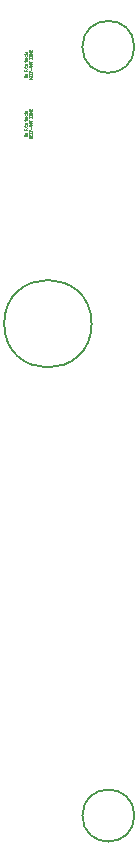
<source format=gbr>
%TF.GenerationSoftware,KiCad,Pcbnew,8.0.7*%
%TF.CreationDate,2025-01-04T21:32:03+01:00*%
%TF.ProjectId,tiliqua-motherboard,74696c69-7175-4612-9d6d-6f7468657262,rev?*%
%TF.SameCoordinates,Original*%
%TF.FileFunction,Other,Comment*%
%FSLAX46Y46*%
G04 Gerber Fmt 4.6, Leading zero omitted, Abs format (unit mm)*
G04 Created by KiCad (PCBNEW 8.0.7) date 2025-01-04 21:32:03*
%MOMM*%
%LPD*%
G01*
G04 APERTURE LIST*
%ADD10C,0.030000*%
%ADD11C,0.150000*%
G04 APERTURE END LIST*
D10*
X22230962Y-26464284D02*
X22030962Y-26464284D01*
X22230962Y-26349999D02*
X22116677Y-26435713D01*
X22030962Y-26349999D02*
X22145248Y-26464284D01*
X22126200Y-26264284D02*
X22126200Y-26197618D01*
X22230962Y-26169046D02*
X22230962Y-26264284D01*
X22230962Y-26264284D02*
X22030962Y-26264284D01*
X22030962Y-26264284D02*
X22030962Y-26169046D01*
X22126200Y-26083332D02*
X22126200Y-26016666D01*
X22230962Y-25988094D02*
X22230962Y-26083332D01*
X22230962Y-26083332D02*
X22030962Y-26083332D01*
X22030962Y-26083332D02*
X22030962Y-25988094D01*
X22230962Y-25902380D02*
X22030962Y-25902380D01*
X22030962Y-25902380D02*
X22030962Y-25826190D01*
X22030962Y-25826190D02*
X22040486Y-25807142D01*
X22040486Y-25807142D02*
X22050010Y-25797619D01*
X22050010Y-25797619D02*
X22069058Y-25788095D01*
X22069058Y-25788095D02*
X22097629Y-25788095D01*
X22097629Y-25788095D02*
X22116677Y-25797619D01*
X22116677Y-25797619D02*
X22126200Y-25807142D01*
X22126200Y-25807142D02*
X22135724Y-25826190D01*
X22135724Y-25826190D02*
X22135724Y-25902380D01*
X22154772Y-25702380D02*
X22154772Y-25550000D01*
X22030962Y-25416666D02*
X22030962Y-25378571D01*
X22030962Y-25378571D02*
X22040486Y-25359523D01*
X22040486Y-25359523D02*
X22059534Y-25340476D01*
X22059534Y-25340476D02*
X22097629Y-25330952D01*
X22097629Y-25330952D02*
X22164296Y-25330952D01*
X22164296Y-25330952D02*
X22202391Y-25340476D01*
X22202391Y-25340476D02*
X22221439Y-25359523D01*
X22221439Y-25359523D02*
X22230962Y-25378571D01*
X22230962Y-25378571D02*
X22230962Y-25416666D01*
X22230962Y-25416666D02*
X22221439Y-25435714D01*
X22221439Y-25435714D02*
X22202391Y-25454761D01*
X22202391Y-25454761D02*
X22164296Y-25464285D01*
X22164296Y-25464285D02*
X22097629Y-25464285D01*
X22097629Y-25464285D02*
X22059534Y-25454761D01*
X22059534Y-25454761D02*
X22040486Y-25435714D01*
X22040486Y-25435714D02*
X22030962Y-25416666D01*
X22030962Y-25245237D02*
X22192867Y-25245237D01*
X22192867Y-25245237D02*
X22211915Y-25235714D01*
X22211915Y-25235714D02*
X22221439Y-25226190D01*
X22221439Y-25226190D02*
X22230962Y-25207142D01*
X22230962Y-25207142D02*
X22230962Y-25169047D01*
X22230962Y-25169047D02*
X22221439Y-25149999D01*
X22221439Y-25149999D02*
X22211915Y-25140476D01*
X22211915Y-25140476D02*
X22192867Y-25130952D01*
X22192867Y-25130952D02*
X22030962Y-25130952D01*
X22030962Y-25064285D02*
X22030962Y-24949999D01*
X22230962Y-25007142D02*
X22030962Y-25007142D01*
X22030962Y-24749999D02*
X22030962Y-24616666D01*
X22030962Y-24616666D02*
X22230962Y-24749999D01*
X22230962Y-24749999D02*
X22230962Y-24616666D01*
X22030962Y-24502380D02*
X22030962Y-24464285D01*
X22030962Y-24464285D02*
X22040486Y-24445237D01*
X22040486Y-24445237D02*
X22059534Y-24426190D01*
X22059534Y-24426190D02*
X22097629Y-24416666D01*
X22097629Y-24416666D02*
X22164296Y-24416666D01*
X22164296Y-24416666D02*
X22202391Y-24426190D01*
X22202391Y-24426190D02*
X22221439Y-24445237D01*
X22221439Y-24445237D02*
X22230962Y-24464285D01*
X22230962Y-24464285D02*
X22230962Y-24502380D01*
X22230962Y-24502380D02*
X22221439Y-24521428D01*
X22221439Y-24521428D02*
X22202391Y-24540475D01*
X22202391Y-24540475D02*
X22164296Y-24549999D01*
X22164296Y-24549999D02*
X22097629Y-24549999D01*
X22097629Y-24549999D02*
X22059534Y-24540475D01*
X22059534Y-24540475D02*
X22040486Y-24521428D01*
X22040486Y-24521428D02*
X22030962Y-24502380D01*
X22230962Y-24330951D02*
X22030962Y-24330951D01*
X22030962Y-24330951D02*
X22230962Y-24216666D01*
X22230962Y-24216666D02*
X22030962Y-24216666D01*
X22126200Y-24121427D02*
X22126200Y-24054761D01*
X22230962Y-24026189D02*
X22230962Y-24121427D01*
X22230962Y-24121427D02*
X22030962Y-24121427D01*
X22030962Y-24121427D02*
X22030962Y-24026189D01*
X21830964Y-31330952D02*
X21630964Y-31330952D01*
X21630964Y-31330952D02*
X21830964Y-31216667D01*
X21830964Y-31216667D02*
X21630964Y-31216667D01*
X21830964Y-31092857D02*
X21821441Y-31111905D01*
X21821441Y-31111905D02*
X21811917Y-31121428D01*
X21811917Y-31121428D02*
X21792869Y-31130952D01*
X21792869Y-31130952D02*
X21735726Y-31130952D01*
X21735726Y-31130952D02*
X21716679Y-31121428D01*
X21716679Y-31121428D02*
X21707155Y-31111905D01*
X21707155Y-31111905D02*
X21697631Y-31092857D01*
X21697631Y-31092857D02*
X21697631Y-31064286D01*
X21697631Y-31064286D02*
X21707155Y-31045238D01*
X21707155Y-31045238D02*
X21716679Y-31035714D01*
X21716679Y-31035714D02*
X21735726Y-31026190D01*
X21735726Y-31026190D02*
X21792869Y-31026190D01*
X21792869Y-31026190D02*
X21811917Y-31035714D01*
X21811917Y-31035714D02*
X21821441Y-31045238D01*
X21821441Y-31045238D02*
X21830964Y-31064286D01*
X21830964Y-31064286D02*
X21830964Y-31092857D01*
X21726202Y-30721429D02*
X21726202Y-30788095D01*
X21830964Y-30788095D02*
X21630964Y-30788095D01*
X21630964Y-30788095D02*
X21630964Y-30692857D01*
X21811917Y-30616666D02*
X21821441Y-30607143D01*
X21821441Y-30607143D02*
X21830964Y-30616666D01*
X21830964Y-30616666D02*
X21821441Y-30626190D01*
X21821441Y-30626190D02*
X21811917Y-30616666D01*
X21811917Y-30616666D02*
X21830964Y-30616666D01*
X21811917Y-30407143D02*
X21821441Y-30416667D01*
X21821441Y-30416667D02*
X21830964Y-30445238D01*
X21830964Y-30445238D02*
X21830964Y-30464286D01*
X21830964Y-30464286D02*
X21821441Y-30492857D01*
X21821441Y-30492857D02*
X21802393Y-30511905D01*
X21802393Y-30511905D02*
X21783345Y-30521428D01*
X21783345Y-30521428D02*
X21745250Y-30530952D01*
X21745250Y-30530952D02*
X21716679Y-30530952D01*
X21716679Y-30530952D02*
X21678583Y-30521428D01*
X21678583Y-30521428D02*
X21659536Y-30511905D01*
X21659536Y-30511905D02*
X21640488Y-30492857D01*
X21640488Y-30492857D02*
X21630964Y-30464286D01*
X21630964Y-30464286D02*
X21630964Y-30445238D01*
X21630964Y-30445238D02*
X21640488Y-30416667D01*
X21640488Y-30416667D02*
X21650012Y-30407143D01*
X21697631Y-30235714D02*
X21830964Y-30235714D01*
X21697631Y-30321428D02*
X21802393Y-30321428D01*
X21802393Y-30321428D02*
X21821441Y-30311905D01*
X21821441Y-30311905D02*
X21830964Y-30292857D01*
X21830964Y-30292857D02*
X21830964Y-30264286D01*
X21830964Y-30264286D02*
X21821441Y-30245238D01*
X21821441Y-30245238D02*
X21811917Y-30235714D01*
X21697631Y-30016667D02*
X21697631Y-29940476D01*
X21630964Y-29988095D02*
X21802393Y-29988095D01*
X21802393Y-29988095D02*
X21821441Y-29978572D01*
X21821441Y-29978572D02*
X21830964Y-29959524D01*
X21830964Y-29959524D02*
X21830964Y-29940476D01*
X21830964Y-29873809D02*
X21697631Y-29873809D01*
X21735726Y-29873809D02*
X21716679Y-29864286D01*
X21716679Y-29864286D02*
X21707155Y-29854762D01*
X21707155Y-29854762D02*
X21697631Y-29835714D01*
X21697631Y-29835714D02*
X21697631Y-29816667D01*
X21830964Y-29664285D02*
X21726202Y-29664285D01*
X21726202Y-29664285D02*
X21707155Y-29673809D01*
X21707155Y-29673809D02*
X21697631Y-29692857D01*
X21697631Y-29692857D02*
X21697631Y-29730952D01*
X21697631Y-29730952D02*
X21707155Y-29749999D01*
X21821441Y-29664285D02*
X21830964Y-29683333D01*
X21830964Y-29683333D02*
X21830964Y-29730952D01*
X21830964Y-29730952D02*
X21821441Y-29749999D01*
X21821441Y-29749999D02*
X21802393Y-29759523D01*
X21802393Y-29759523D02*
X21783345Y-29759523D01*
X21783345Y-29759523D02*
X21764298Y-29749999D01*
X21764298Y-29749999D02*
X21754774Y-29730952D01*
X21754774Y-29730952D02*
X21754774Y-29683333D01*
X21754774Y-29683333D02*
X21745250Y-29664285D01*
X21821441Y-29483333D02*
X21830964Y-29502381D01*
X21830964Y-29502381D02*
X21830964Y-29540476D01*
X21830964Y-29540476D02*
X21821441Y-29559524D01*
X21821441Y-29559524D02*
X21811917Y-29569047D01*
X21811917Y-29569047D02*
X21792869Y-29578571D01*
X21792869Y-29578571D02*
X21735726Y-29578571D01*
X21735726Y-29578571D02*
X21716679Y-29569047D01*
X21716679Y-29569047D02*
X21707155Y-29559524D01*
X21707155Y-29559524D02*
X21697631Y-29540476D01*
X21697631Y-29540476D02*
X21697631Y-29502381D01*
X21697631Y-29502381D02*
X21707155Y-29483333D01*
X21830964Y-29397618D02*
X21630964Y-29397618D01*
X21754774Y-29378571D02*
X21830964Y-29321428D01*
X21697631Y-29321428D02*
X21773821Y-29397618D01*
X21821441Y-29245237D02*
X21830964Y-29226190D01*
X21830964Y-29226190D02*
X21830964Y-29188094D01*
X21830964Y-29188094D02*
X21821441Y-29169047D01*
X21821441Y-29169047D02*
X21802393Y-29159523D01*
X21802393Y-29159523D02*
X21792869Y-29159523D01*
X21792869Y-29159523D02*
X21773821Y-29169047D01*
X21773821Y-29169047D02*
X21764298Y-29188094D01*
X21764298Y-29188094D02*
X21764298Y-29216666D01*
X21764298Y-29216666D02*
X21754774Y-29235713D01*
X21754774Y-29235713D02*
X21735726Y-29245237D01*
X21735726Y-29245237D02*
X21726202Y-29245237D01*
X21726202Y-29245237D02*
X21707155Y-29235713D01*
X21707155Y-29235713D02*
X21697631Y-29216666D01*
X21697631Y-29216666D02*
X21697631Y-29188094D01*
X21697631Y-29188094D02*
X21707155Y-29169047D01*
X21830964Y-26330952D02*
X21630964Y-26330952D01*
X21630964Y-26330952D02*
X21830964Y-26216667D01*
X21830964Y-26216667D02*
X21630964Y-26216667D01*
X21830964Y-26092857D02*
X21821441Y-26111905D01*
X21821441Y-26111905D02*
X21811917Y-26121428D01*
X21811917Y-26121428D02*
X21792869Y-26130952D01*
X21792869Y-26130952D02*
X21735726Y-26130952D01*
X21735726Y-26130952D02*
X21716679Y-26121428D01*
X21716679Y-26121428D02*
X21707155Y-26111905D01*
X21707155Y-26111905D02*
X21697631Y-26092857D01*
X21697631Y-26092857D02*
X21697631Y-26064286D01*
X21697631Y-26064286D02*
X21707155Y-26045238D01*
X21707155Y-26045238D02*
X21716679Y-26035714D01*
X21716679Y-26035714D02*
X21735726Y-26026190D01*
X21735726Y-26026190D02*
X21792869Y-26026190D01*
X21792869Y-26026190D02*
X21811917Y-26035714D01*
X21811917Y-26035714D02*
X21821441Y-26045238D01*
X21821441Y-26045238D02*
X21830964Y-26064286D01*
X21830964Y-26064286D02*
X21830964Y-26092857D01*
X21726202Y-25721429D02*
X21726202Y-25788095D01*
X21830964Y-25788095D02*
X21630964Y-25788095D01*
X21630964Y-25788095D02*
X21630964Y-25692857D01*
X21811917Y-25616666D02*
X21821441Y-25607143D01*
X21821441Y-25607143D02*
X21830964Y-25616666D01*
X21830964Y-25616666D02*
X21821441Y-25626190D01*
X21821441Y-25626190D02*
X21811917Y-25616666D01*
X21811917Y-25616666D02*
X21830964Y-25616666D01*
X21811917Y-25407143D02*
X21821441Y-25416667D01*
X21821441Y-25416667D02*
X21830964Y-25445238D01*
X21830964Y-25445238D02*
X21830964Y-25464286D01*
X21830964Y-25464286D02*
X21821441Y-25492857D01*
X21821441Y-25492857D02*
X21802393Y-25511905D01*
X21802393Y-25511905D02*
X21783345Y-25521428D01*
X21783345Y-25521428D02*
X21745250Y-25530952D01*
X21745250Y-25530952D02*
X21716679Y-25530952D01*
X21716679Y-25530952D02*
X21678583Y-25521428D01*
X21678583Y-25521428D02*
X21659536Y-25511905D01*
X21659536Y-25511905D02*
X21640488Y-25492857D01*
X21640488Y-25492857D02*
X21630964Y-25464286D01*
X21630964Y-25464286D02*
X21630964Y-25445238D01*
X21630964Y-25445238D02*
X21640488Y-25416667D01*
X21640488Y-25416667D02*
X21650012Y-25407143D01*
X21697631Y-25235714D02*
X21830964Y-25235714D01*
X21697631Y-25321428D02*
X21802393Y-25321428D01*
X21802393Y-25321428D02*
X21821441Y-25311905D01*
X21821441Y-25311905D02*
X21830964Y-25292857D01*
X21830964Y-25292857D02*
X21830964Y-25264286D01*
X21830964Y-25264286D02*
X21821441Y-25245238D01*
X21821441Y-25245238D02*
X21811917Y-25235714D01*
X21697631Y-25016667D02*
X21697631Y-24940476D01*
X21630964Y-24988095D02*
X21802393Y-24988095D01*
X21802393Y-24988095D02*
X21821441Y-24978572D01*
X21821441Y-24978572D02*
X21830964Y-24959524D01*
X21830964Y-24959524D02*
X21830964Y-24940476D01*
X21830964Y-24873809D02*
X21697631Y-24873809D01*
X21735726Y-24873809D02*
X21716679Y-24864286D01*
X21716679Y-24864286D02*
X21707155Y-24854762D01*
X21707155Y-24854762D02*
X21697631Y-24835714D01*
X21697631Y-24835714D02*
X21697631Y-24816667D01*
X21830964Y-24664285D02*
X21726202Y-24664285D01*
X21726202Y-24664285D02*
X21707155Y-24673809D01*
X21707155Y-24673809D02*
X21697631Y-24692857D01*
X21697631Y-24692857D02*
X21697631Y-24730952D01*
X21697631Y-24730952D02*
X21707155Y-24749999D01*
X21821441Y-24664285D02*
X21830964Y-24683333D01*
X21830964Y-24683333D02*
X21830964Y-24730952D01*
X21830964Y-24730952D02*
X21821441Y-24749999D01*
X21821441Y-24749999D02*
X21802393Y-24759523D01*
X21802393Y-24759523D02*
X21783345Y-24759523D01*
X21783345Y-24759523D02*
X21764298Y-24749999D01*
X21764298Y-24749999D02*
X21754774Y-24730952D01*
X21754774Y-24730952D02*
X21754774Y-24683333D01*
X21754774Y-24683333D02*
X21745250Y-24664285D01*
X21821441Y-24483333D02*
X21830964Y-24502381D01*
X21830964Y-24502381D02*
X21830964Y-24540476D01*
X21830964Y-24540476D02*
X21821441Y-24559524D01*
X21821441Y-24559524D02*
X21811917Y-24569047D01*
X21811917Y-24569047D02*
X21792869Y-24578571D01*
X21792869Y-24578571D02*
X21735726Y-24578571D01*
X21735726Y-24578571D02*
X21716679Y-24569047D01*
X21716679Y-24569047D02*
X21707155Y-24559524D01*
X21707155Y-24559524D02*
X21697631Y-24540476D01*
X21697631Y-24540476D02*
X21697631Y-24502381D01*
X21697631Y-24502381D02*
X21707155Y-24483333D01*
X21830964Y-24397618D02*
X21630964Y-24397618D01*
X21754774Y-24378571D02*
X21830964Y-24321428D01*
X21697631Y-24321428D02*
X21773821Y-24397618D01*
X21821441Y-24245237D02*
X21830964Y-24226190D01*
X21830964Y-24226190D02*
X21830964Y-24188094D01*
X21830964Y-24188094D02*
X21821441Y-24169047D01*
X21821441Y-24169047D02*
X21802393Y-24159523D01*
X21802393Y-24159523D02*
X21792869Y-24159523D01*
X21792869Y-24159523D02*
X21773821Y-24169047D01*
X21773821Y-24169047D02*
X21764298Y-24188094D01*
X21764298Y-24188094D02*
X21764298Y-24216666D01*
X21764298Y-24216666D02*
X21754774Y-24235713D01*
X21754774Y-24235713D02*
X21735726Y-24245237D01*
X21735726Y-24245237D02*
X21726202Y-24245237D01*
X21726202Y-24245237D02*
X21707155Y-24235713D01*
X21707155Y-24235713D02*
X21697631Y-24216666D01*
X21697631Y-24216666D02*
X21697631Y-24188094D01*
X21697631Y-24188094D02*
X21707155Y-24169047D01*
X22230962Y-31464284D02*
X22030962Y-31464284D01*
X22230962Y-31349999D02*
X22116677Y-31435713D01*
X22030962Y-31349999D02*
X22145248Y-31464284D01*
X22126200Y-31264284D02*
X22126200Y-31197618D01*
X22230962Y-31169046D02*
X22230962Y-31264284D01*
X22230962Y-31264284D02*
X22030962Y-31264284D01*
X22030962Y-31264284D02*
X22030962Y-31169046D01*
X22126200Y-31083332D02*
X22126200Y-31016666D01*
X22230962Y-30988094D02*
X22230962Y-31083332D01*
X22230962Y-31083332D02*
X22030962Y-31083332D01*
X22030962Y-31083332D02*
X22030962Y-30988094D01*
X22230962Y-30902380D02*
X22030962Y-30902380D01*
X22030962Y-30902380D02*
X22030962Y-30826190D01*
X22030962Y-30826190D02*
X22040486Y-30807142D01*
X22040486Y-30807142D02*
X22050010Y-30797619D01*
X22050010Y-30797619D02*
X22069058Y-30788095D01*
X22069058Y-30788095D02*
X22097629Y-30788095D01*
X22097629Y-30788095D02*
X22116677Y-30797619D01*
X22116677Y-30797619D02*
X22126200Y-30807142D01*
X22126200Y-30807142D02*
X22135724Y-30826190D01*
X22135724Y-30826190D02*
X22135724Y-30902380D01*
X22154772Y-30702380D02*
X22154772Y-30550000D01*
X22030962Y-30416666D02*
X22030962Y-30378571D01*
X22030962Y-30378571D02*
X22040486Y-30359523D01*
X22040486Y-30359523D02*
X22059534Y-30340476D01*
X22059534Y-30340476D02*
X22097629Y-30330952D01*
X22097629Y-30330952D02*
X22164296Y-30330952D01*
X22164296Y-30330952D02*
X22202391Y-30340476D01*
X22202391Y-30340476D02*
X22221439Y-30359523D01*
X22221439Y-30359523D02*
X22230962Y-30378571D01*
X22230962Y-30378571D02*
X22230962Y-30416666D01*
X22230962Y-30416666D02*
X22221439Y-30435714D01*
X22221439Y-30435714D02*
X22202391Y-30454761D01*
X22202391Y-30454761D02*
X22164296Y-30464285D01*
X22164296Y-30464285D02*
X22097629Y-30464285D01*
X22097629Y-30464285D02*
X22059534Y-30454761D01*
X22059534Y-30454761D02*
X22040486Y-30435714D01*
X22040486Y-30435714D02*
X22030962Y-30416666D01*
X22030962Y-30245237D02*
X22192867Y-30245237D01*
X22192867Y-30245237D02*
X22211915Y-30235714D01*
X22211915Y-30235714D02*
X22221439Y-30226190D01*
X22221439Y-30226190D02*
X22230962Y-30207142D01*
X22230962Y-30207142D02*
X22230962Y-30169047D01*
X22230962Y-30169047D02*
X22221439Y-30149999D01*
X22221439Y-30149999D02*
X22211915Y-30140476D01*
X22211915Y-30140476D02*
X22192867Y-30130952D01*
X22192867Y-30130952D02*
X22030962Y-30130952D01*
X22030962Y-30064285D02*
X22030962Y-29949999D01*
X22230962Y-30007142D02*
X22030962Y-30007142D01*
X22030962Y-29749999D02*
X22030962Y-29616666D01*
X22030962Y-29616666D02*
X22230962Y-29749999D01*
X22230962Y-29749999D02*
X22230962Y-29616666D01*
X22030962Y-29502380D02*
X22030962Y-29464285D01*
X22030962Y-29464285D02*
X22040486Y-29445237D01*
X22040486Y-29445237D02*
X22059534Y-29426190D01*
X22059534Y-29426190D02*
X22097629Y-29416666D01*
X22097629Y-29416666D02*
X22164296Y-29416666D01*
X22164296Y-29416666D02*
X22202391Y-29426190D01*
X22202391Y-29426190D02*
X22221439Y-29445237D01*
X22221439Y-29445237D02*
X22230962Y-29464285D01*
X22230962Y-29464285D02*
X22230962Y-29502380D01*
X22230962Y-29502380D02*
X22221439Y-29521428D01*
X22221439Y-29521428D02*
X22202391Y-29540475D01*
X22202391Y-29540475D02*
X22164296Y-29549999D01*
X22164296Y-29549999D02*
X22097629Y-29549999D01*
X22097629Y-29549999D02*
X22059534Y-29540475D01*
X22059534Y-29540475D02*
X22040486Y-29521428D01*
X22040486Y-29521428D02*
X22030962Y-29502380D01*
X22230962Y-29330951D02*
X22030962Y-29330951D01*
X22030962Y-29330951D02*
X22230962Y-29216666D01*
X22230962Y-29216666D02*
X22030962Y-29216666D01*
X22126200Y-29121427D02*
X22126200Y-29054761D01*
X22230962Y-29026189D02*
X22230962Y-29121427D01*
X22230962Y-29121427D02*
X22030962Y-29121427D01*
X22030962Y-29121427D02*
X22030962Y-29026189D01*
D11*
%TO.C,H3*%
X27315000Y-47200000D02*
G75*
G02*
X19915000Y-47200000I-3700000J0D01*
G01*
X19915000Y-47200000D02*
G75*
G02*
X27315000Y-47200000I3700000J0D01*
G01*
%TO.C,H1*%
X30932000Y-23758800D02*
G75*
G02*
X26532000Y-23758800I-2200000J0D01*
G01*
X26532000Y-23758800D02*
G75*
G02*
X30932000Y-23758800I2200000J0D01*
G01*
%TO.C,H2*%
X30932000Y-88842074D02*
G75*
G02*
X26532000Y-88842074I-2200000J0D01*
G01*
X26532000Y-88842074D02*
G75*
G02*
X30932000Y-88842074I2200000J0D01*
G01*
%TD*%
M02*

</source>
